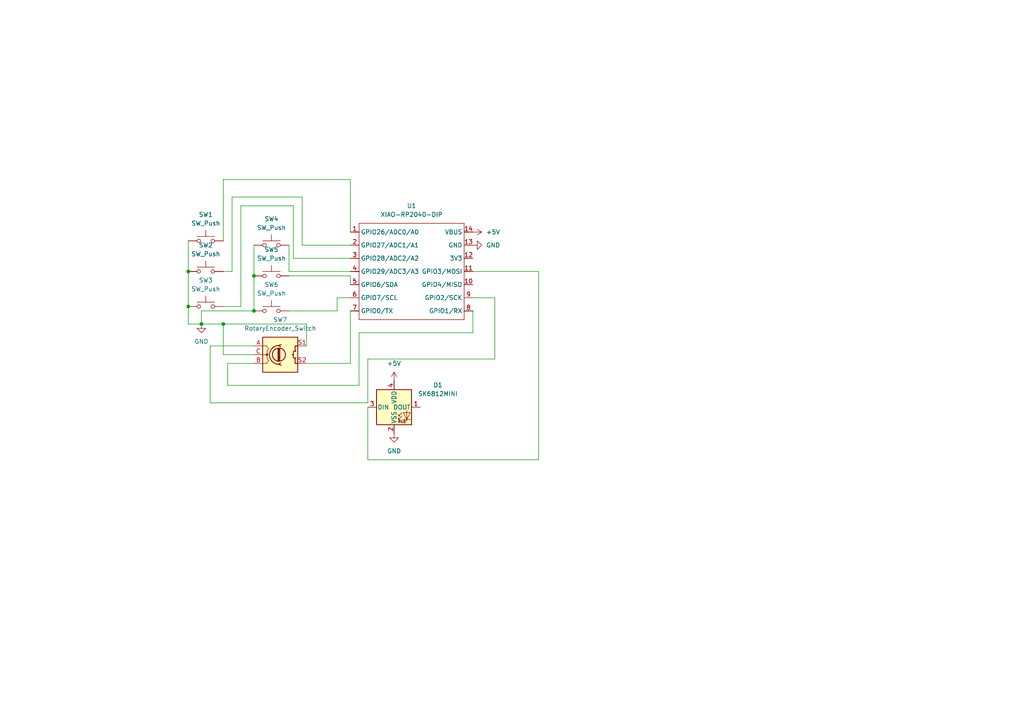
<source format=kicad_sch>
(kicad_sch (version 20250114) (generator "eeschema") (generator_version "9.0")
  (paper "A4")
  (lib_symbols
    (symbol "Device:RotaryEncoder_Switch" (pin_names (offset 0.254) (hide yes))
      (property "Reference" "SW" (at 0 6.604 0))
      (property "Value" "RotaryEncoder_Switch" (at 0 -6.604 0))
      (symbol "RotaryEncoder_Switch_0_1"
        (rectangle (start -5.08 5.08) (end 5.08 -5.08) (stroke (width 0.254)) (fill (type background)))
        (polyline (pts (xy -5.08 2.54) (xy -3.81 2.54) (xy -3.81 2.032)))
        (polyline (pts (xy -5.08 0) (xy -3.81 0) (xy -3.81 -1.016) (xy -3.302 -2.032)))
        (polyline (pts (xy -5.08 -2.54) (xy -3.81 -2.54) (xy -3.81 -2.032)))
        (polyline (pts (xy -4.318 0) (xy -3.81 0) (xy -3.81 1.016) (xy -3.302 2.032)))
        (circle (center -3.81 0) (radius 0.254) (fill (type outline)))
        (polyline (pts (xy -0.635 -1.778) (xy -0.635 1.778)) (stroke (width 0.254)))
        (circle (center -0.381 0) (radius 1.905) (stroke (width 0.254)))
        (polyline (pts (xy -0.381 -1.778) (xy -0.381 1.778)) (stroke (width 0.254)))
        (arc (start -0.381 -2.794) (mid -3.0988 -0.0635) (end -0.381 2.667) (stroke (width 0.254)))
        (polyline (pts (xy -0.127 1.778) (xy -0.127 -1.778)) (stroke (width 0.254)))
        (polyline (pts (xy 0.254 2.921) (xy -0.508 2.667) (xy 0.127 2.286)) (stroke (width 0.254)))
        (polyline (pts (xy 0.254 -3.048) (xy -0.508 -2.794) (xy 0.127 -2.413)) (stroke (width 0.254)))
        (polyline (pts (xy 3.81 1.016) (xy 3.81 -1.016)) (stroke (width 0.254)))
        (polyline (pts (xy 3.81 0) (xy 3.429 0)) (stroke (width 0.254)))
        (circle (center 4.318 1.016) (radius 0.127) (stroke (width 0.254)))
        (circle (center 4.318 -1.016) (radius 0.127) (stroke (width 0.254)))
        (polyline (pts (xy 5.08 2.54) (xy 4.318 2.54) (xy 4.318 1.016)) (stroke (width 0.254)))
        (polyline (pts (xy 5.08 -2.54) (xy 4.318 -2.54) (xy 4.318 -1.016)) (stroke (width 0.254)))
      )
      (symbol "RotaryEncoder_Switch_1_1"
        (pin passive line (at -7.62 2.54 0) (length 2.54) (name "A") (number "A"))
        (pin passive line (at -7.62 0 0) (length 2.54) (name "C") (number "C"))
        (pin passive line (at -7.62 -2.54 0) (length 2.54) (name "B") (number "B"))
        (pin passive line (at 7.62 2.54 180) (length 2.54) (name "S1") (number "S1"))
        (pin passive line (at 7.62 -2.54 180) (length 2.54) (name "S2") (number "S2"))
      )
    )
    (symbol "LED:SK6812MINI" (pin_names (offset 0.254))
      (property "Reference" "D" (at 5.08 5.715 0))
      (property "Value" "SK6812MINI" (at 1.27 -5.715 0))
      (symbol "SK6812MINI_0_0"
        (text "RGB" (at 2.286 -4.191 0) (effects (font (size 0.762 0.762))))
      )
      (symbol "SK6812MINI_0_1"
        (polyline (pts (xy 1.27 -2.54) (xy 1.778 -2.54)))
        (polyline (pts (xy 1.27 -3.556) (xy 1.778 -3.556)))
        (polyline (pts (xy 2.286 -1.524) (xy 1.27 -2.54) (xy 1.27 -2.032)))
        (polyline (pts (xy 2.286 -2.54) (xy 1.27 -3.556) (xy 1.27 -3.048)))
        (polyline (pts (xy 3.683 -1.016) (xy 3.683 -3.556) (xy 3.683 -4.064)))
        (polyline (pts (xy 4.699 -1.524) (xy 2.667 -1.524) (xy 3.683 -3.556) (xy 4.699 -1.524)))
        (polyline (pts (xy 4.699 -3.556) (xy 2.667 -3.556)))
        (rectangle (start 5.08 5.08) (end -5.08 -5.08) (stroke (width 0.254)) (fill (type background)))
      )
      (symbol "SK6812MINI_1_1"
        (pin input line (at -7.62 0 0) (length 2.54) (name "DIN") (number "3"))
        (pin power_in line (at 0 7.62 270) (length 2.54) (name "VDD") (number "4"))
        (pin power_in line (at 0 -7.62 90) (length 2.54) (name "VSS") (number "2"))
        (pin output line (at 7.62 0 180) (length 2.54) (name "DOUT") (number "1"))
      )
    )
    (symbol "Switch:SW_Push" (pin_numbers (hide yes)) (pin_names (offset 1.016) (hide yes))
      (property "Reference" "SW" (at 1.27 2.54 0))
      (property "Value" "SW_Push" (at 0 -1.524 0))
      (symbol "SW_Push_0_1"
        (circle (center -2.032 0) (radius 0.508))
        (polyline (pts (xy 0 1.27) (xy 0 3.048)))
        (circle (center 2.032 0) (radius 0.508))
        (polyline (pts (xy 2.54 1.27) (xy -2.54 1.27)))
        (pin passive line (at -5.08 0 0) (length 2.54) (name "1") (number "1"))
        (pin passive line (at 5.08 0 180) (length 2.54) (name "2") (number "2"))
      )
    )
    (symbol "opl:XIAO-RP2040-DIP"
      (property "Reference" "U" (at 0 0 0))
      (property "Value" "XIAO-RP2040-DIP" (at 5.334 -1.778 0))
      (symbol "XIAO-RP2040-DIP_1_0"
        (polyline (pts (xy -1.27 -2.54) (xy 29.21 -2.54)) (stroke (width 0.1524)))
        (polyline (pts (xy -1.27 -5.08) (xy -2.54 -5.08)) (stroke (width 0.1524)))
        (polyline (pts (xy -1.27 -5.08) (xy -1.27 -2.54)) (stroke (width 0.1524)))
        (polyline (pts (xy -1.27 -8.89) (xy -2.54 -8.89)) (stroke (width 0.1524)))
        (polyline (pts (xy -1.27 -8.89) (xy -1.27 -5.08)) (stroke (width 0.1524)))
        (polyline (pts (xy -1.27 -12.7) (xy -2.54 -12.7)) (stroke (width 0.1524)))
        (polyline (pts (xy -1.27 -12.7) (xy -1.27 -8.89)) (stroke (width 0.1524)))
        (polyline (pts (xy -1.27 -16.51) (xy -2.54 -16.51)) (stroke (width 0.1524)))
        (polyline (pts (xy -1.27 -16.51) (xy -1.27 -12.7)) (stroke (width 0.1524)))
        (polyline (pts (xy -1.27 -20.32) (xy -2.54 -20.32)) (stroke (width 0.1524)))
        (polyline (pts (xy -1.27 -24.13) (xy -2.54 -24.13)) (stroke (width 0.1524)))
        (polyline (pts (xy -1.27 -27.94) (xy -2.54 -27.94)) (stroke (width 0.1524)))
        (polyline (pts (xy -1.27 -30.48) (xy -1.27 -16.51)) (stroke (width 0.1524)))
        (polyline (pts (xy 29.21 -2.54) (xy 29.21 -5.08)) (stroke (width 0.1524)))
        (polyline (pts (xy 29.21 -5.08) (xy 29.21 -8.89)) (stroke (width 0.1524)))
        (polyline (pts (xy 29.21 -8.89) (xy 29.21 -12.7)) (stroke (width 0.1524)))
        (polyline (pts (xy 29.21 -12.7) (xy 29.21 -30.48)) (stroke (width 0.1524)))
        (polyline (pts (xy 29.21 -30.48) (xy -1.27 -30.48)) (stroke (width 0.1524)))
        (polyline (pts (xy 30.48 -5.08) (xy 29.21 -5.08)) (stroke (width 0.1524)))
        (polyline (pts (xy 30.48 -8.89) (xy 29.21 -8.89)) (stroke (width 0.1524)))
        (polyline (pts (xy 30.48 -12.7) (xy 29.21 -12.7)) (stroke (width 0.1524)))
        (polyline (pts (xy 30.48 -16.51) (xy 29.21 -16.51)) (stroke (width 0.1524)))
        (polyline (pts (xy 30.48 -20.32) (xy 29.21 -20.32)) (stroke (width 0.1524)))
        (polyline (pts (xy 30.48 -24.13) (xy 29.21 -24.13)) (stroke (width 0.1524)))
        (polyline (pts (xy 30.48 -27.94) (xy 29.21 -27.94)) (stroke (width 0.1524)))
        (pin passive line (at -3.81 -5.08 0) (length 2.54) (name "GPIO26/ADC0/A0") (number "1"))
        (pin passive line (at -3.81 -8.89 0) (length 2.54) (name "GPIO27/ADC1/A1") (number "2"))
        (pin passive line (at -3.81 -12.7 0) (length 2.54) (name "GPIO28/ADC2/A2") (number "3"))
        (pin passive line (at -3.81 -16.51 0) (length 2.54) (name "GPIO29/ADC3/A3") (number "4"))
        (pin passive line (at -3.81 -20.32 0) (length 2.54) (name "GPIO6/SDA") (number "5"))
        (pin passive line (at -3.81 -24.13 0) (length 2.54) (name "GPIO7/SCL") (number "6"))
        (pin passive line (at -3.81 -27.94 0) (length 2.54) (name "GPIO0/TX") (number "7"))
        (pin passive line (at 31.75 -5.08 180) (length 2.54) (name "VBUS") (number "14"))
        (pin passive line (at 31.75 -8.89 180) (length 2.54) (name "GND") (number "13"))
        (pin passive line (at 31.75 -12.7 180) (length 2.54) (name "3V3") (number "12"))
        (pin passive line (at 31.75 -16.51 180) (length 2.54) (name "GPIO3/MOSI") (number "11"))
        (pin passive line (at 31.75 -20.32 180) (length 2.54) (name "GPIO4/MISO") (number "10"))
        (pin passive line (at 31.75 -24.13 180) (length 2.54) (name "GPIO2/SCK") (number "9"))
        (pin passive line (at 31.75 -27.94 180) (length 2.54) (name "GPIO1/RX") (number "8"))
      )
    )
    (symbol "power:+5V" (power) (pin_numbers (hide yes)) (pin_names (offset 0) (hide yes))
      (property "Value" "+5V" (at 0 3.556 0))
      (symbol "+5V_0_1"
        (polyline (pts (xy -0.762 1.27) (xy 0 2.54)))
        (polyline (pts (xy 0 2.54) (xy 0.762 1.27)))
        (polyline (pts (xy 0 0) (xy 0 2.54)))
      )
      (symbol "+5V_1_1"
        (pin power_in line (at 0 0 90) (length 0) (name "~") (number "1"))
      )
    )
    (symbol "power:GND" (power) (pin_numbers (hide yes)) (pin_names (offset 0) (hide yes))
      (property "Value" "GND" (at 0 -3.81 0))
      (symbol "GND_0_1"
        (polyline (pts (xy 0 0) (xy 0 -1.27) (xy 1.27 -1.27) (xy 0 -2.54) (xy -1.27 -1.27) (xy 0 -1.27)))
      )
      (symbol "GND_1_1"
        (pin power_in line (at 0 0 270) (length 0) (name "~") (number "1"))
      )
    )
  )
  (junction (at 54.61 88.9))
  (junction (at 73.66 90.17))
  (junction (at 54.61 78.74))
  (junction (at 64.77 93.98))
  (junction (at 73.66 80.01))
  (junction (at 58.42 93.98))
  (wire (pts (xy 87.63 71.12) (xy 101.6 71.12)))
  (wire (pts (xy 73.66 71.12) (xy 73.66 80.01)))
  (wire (pts (xy 64.77 78.74) (xy 67.31 78.74)))
  (wire (pts (xy 67.31 78.74) (xy 67.31 57.15)))
  (wire (pts (xy 69.85 88.9) (xy 69.85 59.69)))
  (wire (pts (xy 143.51 86.36) (xy 137.16 86.36)))
  (wire (pts (xy 67.31 57.15) (xy 87.63 57.15)))
  (wire (pts (xy 64.77 69.85) (xy 64.77 52.07)))
  (wire (pts (xy 60.96 116.84) (xy 106.68 116.84)))
  (wire (pts (xy 106.68 104.14) (xy 143.51 104.14)))
  (wire (pts (xy 87.63 57.15) (xy 87.63 71.12)))
  (wire (pts (xy 101.6 105.41) (xy 101.6 90.17)))
  (wire (pts (xy 73.66 80.01) (xy 73.66 90.17)))
  (wire (pts (xy 88.9 105.41) (xy 101.6 105.41)))
  (wire (pts (xy 88.9 93.98) (xy 64.77 93.98)))
  (wire (pts (xy 97.79 90.17) (xy 97.79 86.36)))
  (wire (pts (xy 83.82 80.01) (xy 101.6 80.01)))
  (wire (pts (xy 101.6 52.07) (xy 101.6 67.31)))
  (wire (pts (xy 143.51 104.14) (xy 143.51 86.36)))
  (wire (pts (xy 88.9 100.33) (xy 88.9 93.98)))
  (wire (pts (xy 73.66 105.41) (xy 66.04 105.41)))
  (wire (pts (xy 83.82 71.12) (xy 83.82 78.74)))
  (wire (pts (xy 54.61 69.85) (xy 54.61 78.74)))
  (wire (pts (xy 54.61 78.74) (xy 54.61 88.9)))
  (wire (pts (xy 156.21 133.35) (xy 156.21 78.74)))
  (wire (pts (xy 106.68 116.84) (xy 106.68 104.14)))
  (wire (pts (xy 106.68 133.35) (xy 156.21 133.35)))
  (wire (pts (xy 97.79 86.36) (xy 101.6 86.36)))
  (wire (pts (xy 66.04 105.41) (xy 66.04 111.76)))
  (wire (pts (xy 58.42 90.17) (xy 58.42 93.98)))
  (wire (pts (xy 83.82 78.74) (xy 101.6 78.74)))
  (wire (pts (xy 66.04 111.76) (xy 104.14 111.76)))
  (wire (pts (xy 64.77 102.87) (xy 64.77 93.98)))
  (wire (pts (xy 156.21 78.74) (xy 137.16 78.74)))
  (wire (pts (xy 73.66 100.33) (xy 60.96 100.33)))
  (wire (pts (xy 69.85 59.69) (xy 85.09 59.69)))
  (wire (pts (xy 60.96 100.33) (xy 60.96 116.84)))
  (wire (pts (xy 85.09 74.93) (xy 101.6 74.93)))
  (wire (pts (xy 64.77 93.98) (xy 58.42 93.98)))
  (wire (pts (xy 106.68 118.11) (xy 106.68 133.35)))
  (wire (pts (xy 104.14 111.76) (xy 104.14 96.52)))
  (wire (pts (xy 64.77 88.9) (xy 69.85 88.9)))
  (wire (pts (xy 137.16 96.52) (xy 137.16 90.17)))
  (wire (pts (xy 101.6 80.01) (xy 101.6 82.55)))
  (wire (pts (xy 83.82 90.17) (xy 97.79 90.17)))
  (wire (pts (xy 73.66 102.87) (xy 64.77 102.87)))
  (wire (pts (xy 85.09 59.69) (xy 85.09 74.93)))
  (wire (pts (xy 104.14 96.52) (xy 137.16 96.52)))
  (wire (pts (xy 54.61 88.9) (xy 54.61 93.98)))
  (wire (pts (xy 54.61 93.98) (xy 58.42 93.98)))
  (wire (pts (xy 64.77 52.07) (xy 101.6 52.07)))
  (wire (pts (xy 73.66 90.17) (xy 58.42 90.17)))
  (symbol (lib_id "power:GND") (at 58.42 93.98 0) (unit 1)
    (property "Reference" "#PWR03" (effects (hide yes)))
    (property "Value" "GND" (at 58.42 99.06 0))
    (property "Description" "Power symbol creates a global label with name \"GND\" , ground" (effects (hide yes)))
  )
  (symbol (lib_id "LED:SK6812MINI") (at 114.3 118.11 0) (unit 1)
    (property "Reference" "D1" (at 127 111.6898 0))
    (property "Value" "SK6812MINI" (at 127 114.2298 0))
    (property "Footprint" "LED_SMD:LED_SK6812MINI_PLCC4_3.5x3.5mm_P1.75mm" (effects (hide yes)))
    (property "Datasheet" "https://cdn-shop.adafruit.com/product-files/2686/SK6812MINI_REV.01-1-2.pdf" (effects (hide yes)))
    (property "Description" "RGB LED with integrated controller" (effects (hide yes)))
  )
  (symbol (lib_id "power:+5V") (at 114.3 110.49 0) (unit 1)
    (property "Reference" "#PWR04" (effects (hide yes)))
    (property "Value" "+5V" (at 114.3 105.41 0))
    (property "Description" "Power symbol creates a global label with name \"+5V\"" (effects (hide yes)))
  )
  (symbol (lib_id "power:GND") (at 137.16 71.12 90) (unit 1)
    (property "Reference" "#PWR01" (effects (hide yes)))
    (property "Value" "GND" (at 140.97 71.1199 90) (effects (justify right)))
    (property "Description" "Power symbol creates a global label with name \"GND\" , ground" (effects (hide yes)))
  )
  (symbol (lib_id "Switch:SW_Push") (at 59.69 78.74 0) (unit 1)
    (property "Reference" "SW2" (at 59.69 71.12 0))
    (property "Value" "SW_Push" (at 59.69 73.66 0))
    (property "Footprint" "Button_Switch_Keyboard:SW_Cherry_MX_1.00u_PCB" (effects (hide yes)))
    (property "Description" "Push button switch, generic, two pins" (effects (hide yes)))
  )
  (symbol (lib_id "Switch:SW_Push") (at 78.74 90.17 0) (unit 1)
    (property "Reference" "SW6" (at 78.74 82.55 0))
    (property "Value" "SW_Push" (at 78.74 85.09 0))
    (property "Footprint" "Button_Switch_Keyboard:SW_Cherry_MX_1.00u_PCB" (effects (hide yes)))
    (property "Description" "Push button switch, generic, two pins" (effects (hide yes)))
  )
  (symbol (lib_id "opl:XIAO-RP2040-DIP") (at 105.41 62.23 0) (unit 1)
    (property "Reference" "U1" (at 119.38 59.69 0))
    (property "Value" "XIAO-RP2040-DIP" (at 119.38 62.23 0))
    (property "Footprint" "opl:XIAO-RP2040-DIP" (effects (hide yes)))
  )
  (symbol (lib_id "power:+5V") (at 137.16 67.31 270) (unit 1)
    (property "Reference" "#PWR05" (effects (hide yes)))
    (property "Value" "+5V" (at 140.97 67.3099 90) (effects (justify left)))
    (property "Description" "Power symbol creates a global label with name \"+5V\"" (effects (hide yes)))
  )
  (symbol (lib_id "Switch:SW_Push") (at 59.69 88.9 0) (unit 1)
    (property "Reference" "SW3" (at 59.69 81.28 0))
    (property "Value" "SW_Push" (at 59.69 83.82 0))
    (property "Footprint" "Button_Switch_Keyboard:SW_Cherry_MX_1.00u_PCB" (effects (hide yes)))
    (property "Description" "Push button switch, generic, two pins" (effects (hide yes)))
  )
  (symbol (lib_id "Switch:SW_Push") (at 78.74 71.12 0) (unit 1)
    (property "Reference" "SW4" (at 78.74 63.5 0))
    (property "Value" "SW_Push" (at 78.74 66.04 0))
    (property "Footprint" "Button_Switch_Keyboard:SW_Cherry_MX_1.00u_PCB" (effects (hide yes)))
    (property "Description" "Push button switch, generic, two pins" (effects (hide yes)))
  )
  (symbol (lib_id "Device:RotaryEncoder_Switch") (at 81.28 102.87 0) (unit 1)
    (property "Reference" "SW7" (at 81.28 92.71 0))
    (property "Value" "RotaryEncoder_Switch" (at 81.28 95.25 0))
    (property "Footprint" "Rotary_Encoder:RotaryEncoder_Alps_EC11E-Switch_Vertical_H20mm" (effects (hide yes)))
    (property "Description" "Rotary encoder, dual channel, incremental quadrate outputs, with switch" (effects (hide yes)))
  )
  (symbol (lib_id "Switch:SW_Push") (at 78.74 80.01 0) (unit 1)
    (property "Reference" "SW5" (at 78.74 72.39 0))
    (property "Value" "SW_Push" (at 78.74 74.93 0))
    (property "Footprint" "Button_Switch_Keyboard:SW_Cherry_MX_1.00u_PCB" (effects (hide yes)))
    (property "Description" "Push button switch, generic, two pins" (effects (hide yes)))
  )
  (symbol (lib_id "power:GND") (at 114.3 125.73 0) (unit 1)
    (property "Reference" "#PWR02" (effects (hide yes)))
    (property "Value" "GND" (at 114.3 130.81 0))
    (property "Description" "Power symbol creates a global label with name \"GND\" , ground" (effects (hide yes)))
  )
  (symbol (lib_id "Switch:SW_Push") (at 59.69 69.85 0) (unit 1)
    (property "Reference" "SW1" (at 59.69 62.23 0))
    (property "Value" "SW_Push" (at 59.69 64.77 0))
    (property "Footprint" "Button_Switch_Keyboard:SW_Cherry_MX_1.00u_PCB" (effects (hide yes)))
    (property "Description" "Push button switch, generic, two pins" (effects (hide yes)))
  )
)
</source>
